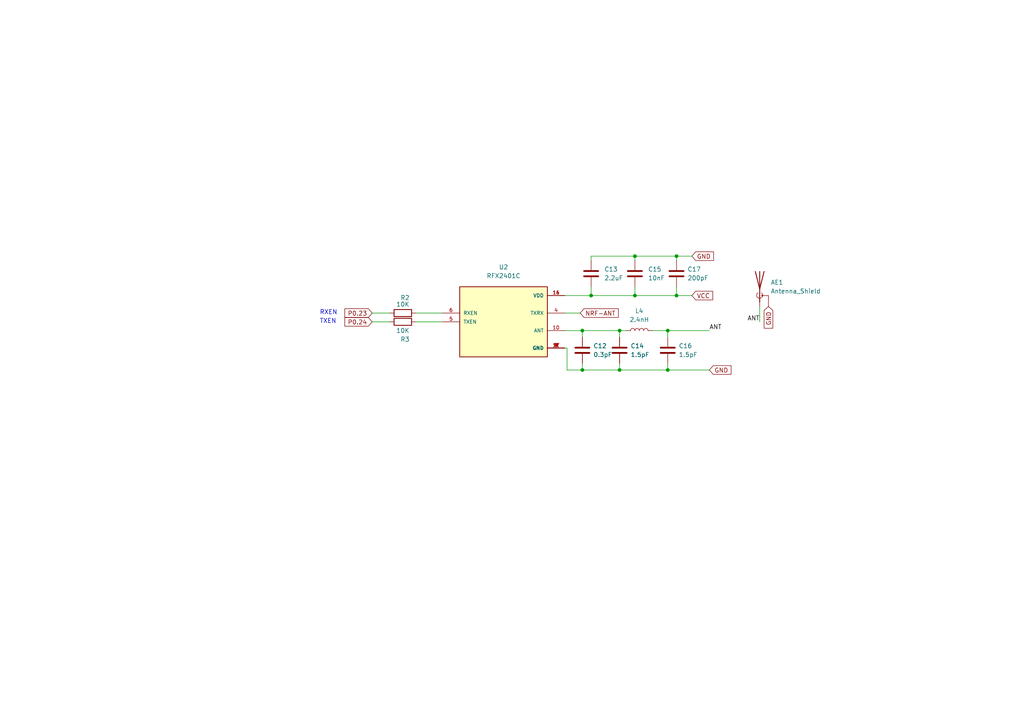
<source format=kicad_sch>
(kicad_sch (version 20211123) (generator eeschema)
  (paper "A4")
  (lib_symbols
    (symbol "Device:Antenna_Shield" (pin_numbers hide) (pin_names (offset 1.016) hide)
      (property "Reference" "AE" (at -1.905 4.445 0))
      (property "Value" "Antenna_Shield" (at -1.905 2.54 0))
      (symbol "Antenna_Shield_0_1"
        (arc (start -0.508 -1.143) (mid -0.8429 -2.1194) (end 0 -2.667))
        (arc (start 0 -2.667) (mid 0.7989 -2.1052) (end 0.508 -1.143))
        (polyline (pts (xy 0 -2.54) (xy 0 0)))
        (polyline (pts (xy 0 5.08) (xy 0 -3.81)) (stroke (width 0.254)))
        (polyline (pts (xy 0.762 -1.905) (xy 2.54 -1.905)))
        (polyline (pts (xy 2.54 -2.54) (xy 2.54 -1.905)))
        (polyline (pts (xy 1.27 5.08) (xy 0 0) (xy -1.27 5.08)) (stroke (width 0.254)))
        (circle (center 0.762 -1.905) (radius 0.1778) (fill (type outline)))
      )
      (symbol "Antenna_Shield_1_1"
        (pin input line (at 0 -5.08 90) (length 2.54) (name "A") (number "1"))
        (pin input line (at 2.54 -5.08 90) (length 2.54) (name "Shield") (number "2"))
      )
    )
    (symbol "Device:C" (pin_numbers hide) (pin_names (offset 0.254))
      (property "Reference" "C" (at 0.635 2.54 0))
      (property "Value" "C" (at 0.635 -2.54 0))
      (symbol "C_0_1"
        (polyline (pts (xy -2.032 -0.762) (xy 2.032 -0.762)) (stroke (width 0.508)))
        (polyline (pts (xy -2.032 0.762) (xy 2.032 0.762)) (stroke (width 0.508)))
      )
      (symbol "C_1_1"
        (pin passive line (at 0 3.81 270) (length 2.794) (name "~") (number "1"))
        (pin passive line (at 0 -3.81 90) (length 2.794) (name "~") (number "2"))
      )
    )
    (symbol "Device:L" (pin_numbers hide) (pin_names (offset 1.016) hide)
      (property "Reference" "L" (at -1.27 0 90))
      (property "Value" "L" (at 1.905 0 90))
      (symbol "L_0_1"
        (arc (start 0 -2.54) (mid 0.635 -1.905) (end 0 -1.27))
        (arc (start 0 -1.27) (mid 0.635 -0.635) (end 0 0))
        (arc (start 0 0) (mid 0.635 0.635) (end 0 1.27))
        (arc (start 0 1.27) (mid 0.635 1.905) (end 0 2.54))
      )
      (symbol "L_1_1"
        (pin passive line (at 0 3.81 270) (length 1.27) (name "1") (number "1"))
        (pin passive line (at 0 -3.81 90) (length 1.27) (name "2") (number "2"))
      )
    )
    (symbol "Device:R" (pin_numbers hide) (pin_names (offset 0))
      (property "Reference" "R" (at 2.032 0 90))
      (property "Value" "R" (at 0 0 90))
      (symbol "R_0_1"
        (rectangle (start -1.016 -2.54) (end 1.016 2.54) (stroke (width 0.254)))
      )
      (symbol "R_1_1"
        (pin passive line (at 0 3.81 270) (length 1.27) (name "~") (number "1"))
        (pin passive line (at 0 -3.81 90) (length 1.27) (name "~") (number "2"))
      )
    )
    (symbol "RFX2401C:RFX2401C" (pin_names (offset 1.016))
      (property "Reference" "U" (at -12.7 11.1506 0))
      (property "Value" "RFX2401C" (at -12.7 -14.1478 0))
      (symbol "RFX2401C_0_0"
        (rectangle (start -12.7 -10.16) (end 12.7 10.16) (stroke (width 0.254)) (fill (type background)))
        (pin passive line (at 17.78 -2.54 180) (length 5.08) (name "ANT") (number "10"))
        (pin power_in line (at 17.78 -7.62 180) (length 5.08) (name "GND") (number "11"))
        (pin power_in line (at 17.78 7.62 180) (length 5.08) (name "VDD") (number "14"))
        (pin power_in line (at 17.78 7.62 180) (length 5.08) (name "VDD") (number "16"))
        (pin power_in line (at 17.78 -7.62 180) (length 5.08) (name "GND") (number "17"))
        (pin power_in line (at 17.78 -7.62 180) (length 5.08) (name "GND") (number "2"))
        (pin power_in line (at 17.78 -7.62 180) (length 5.08) (name "GND") (number "3"))
        (pin bidirectional line (at 17.78 2.54 180) (length 5.08) (name "TXRX") (number "4"))
        (pin input line (at -17.78 0 0) (length 5.08) (name "TXEN") (number "5"))
        (pin input line (at -17.78 2.54 0) (length 5.08) (name "RXEN") (number "6"))
        (pin power_in line (at 17.78 -7.62 180) (length 5.08) (name "GND") (number "8"))
        (pin power_in line (at 17.78 -7.62 180) (length 5.08) (name "GND") (number "9"))
      )
    )
  )
  (junction (at 168.91 107.315))
  (junction (at 168.91 95.885))
  (junction (at 196.215 74.295))
  (junction (at 184.15 85.725))
  (junction (at 184.15 74.295))
  (junction (at 196.215 85.725))
  (junction (at 179.705 95.885))
  (junction (at 179.705 107.315))
  (junction (at 171.45 85.725))
  (junction (at 193.675 107.315))
  (junction (at 193.675 95.885))
  (wire (pts (xy 171.45 74.295) (xy 184.15 74.295)))
  (wire (pts (xy 179.705 95.885) (xy 181.61 95.885)))
  (wire (pts (xy 196.215 83.185) (xy 196.215 85.725)))
  (wire (pts (xy 171.45 75.565) (xy 171.45 74.295)))
  (wire (pts (xy 163.83 85.725) (xy 171.45 85.725)))
  (wire (pts (xy 179.705 107.315) (xy 193.675 107.315)))
  (wire (pts (xy 189.23 95.885) (xy 193.675 95.885)))
  (wire (pts (xy 163.83 90.805) (xy 168.275 90.805)))
  (wire (pts (xy 107.95 90.805) (xy 113.03 90.805)))
  (wire (pts (xy 196.215 85.725) (xy 200.66 85.725)))
  (wire (pts (xy 163.83 100.965) (xy 164.465 100.965)))
  (wire (pts (xy 168.91 107.315) (xy 179.705 107.315)))
  (wire (pts (xy 184.15 74.295) (xy 184.15 75.565)))
  (wire (pts (xy 164.465 107.315) (xy 168.91 107.315)))
  (wire (pts (xy 120.65 90.805) (xy 128.27 90.805)))
  (wire (pts (xy 193.675 95.885) (xy 205.74 95.885)))
  (wire (pts (xy 168.91 95.885) (xy 168.91 97.79)))
  (wire (pts (xy 164.465 100.965) (xy 164.465 107.315)))
  (wire (pts (xy 171.45 83.185) (xy 171.45 85.725)))
  (wire (pts (xy 168.91 105.41) (xy 168.91 107.315)))
  (wire (pts (xy 193.675 97.79) (xy 193.675 95.885)))
  (wire (pts (xy 171.45 85.725) (xy 184.15 85.725)))
  (wire (pts (xy 179.705 95.885) (xy 179.705 97.79)))
  (wire (pts (xy 196.215 74.295) (xy 200.66 74.295)))
  (wire (pts (xy 220.345 93.345) (xy 220.345 88.9)))
  (wire (pts (xy 107.95 93.345) (xy 113.03 93.345)))
  (wire (pts (xy 163.83 95.885) (xy 168.91 95.885)))
  (wire (pts (xy 196.215 75.565) (xy 196.215 74.295)))
  (wire (pts (xy 193.675 107.315) (xy 205.74 107.315)))
  (wire (pts (xy 168.91 95.885) (xy 179.705 95.885)))
  (wire (pts (xy 179.705 105.41) (xy 179.705 107.315)))
  (wire (pts (xy 184.15 83.185) (xy 184.15 85.725)))
  (wire (pts (xy 193.675 107.315) (xy 193.675 105.41)))
  (wire (pts (xy 184.15 74.295) (xy 196.215 74.295)))
  (wire (pts (xy 120.65 93.345) (xy 128.27 93.345)))
  (wire (pts (xy 184.15 85.725) (xy 196.215 85.725)))
  (text "TXEN" (at 92.71 93.98 0) (effects (font (size 1.27 1.27)) (justify left bottom)))
  (text "RXEN" (at 92.71 91.44 0) (effects (font (size 1.27 1.27)) (justify left bottom)))
  (label "ANT" (at 205.74 95.885 0))
  (label "ANT" (at 220.345 93.345 180))
  (global_label "P0.23" (shape input) (at 107.95 90.805 180) (property "Intersheet References" "${INTERSHEET_REFS}" (effects hide)))
  (global_label "NRF-ANT" (shape input) (at 168.275 90.805 0) (property "Intersheet References" "${INTERSHEET_REFS}" (effects hide)))
  (global_label "GND" (shape input) (at 200.66 74.295 0) (property "Intersheet References" "${INTERSHEET_REFS}" (effects hide)))
  (global_label "VCC" (shape input) (at 200.66 85.725 0) (property "Intersheet References" "${INTERSHEET_REFS}" (effects hide)))
  (global_label "GND" (shape input) (at 222.885 88.9 270) (property "Intersheet References" "${INTERSHEET_REFS}" (effects hide)))
  (global_label "GND" (shape input) (at 205.74 107.315 0) (property "Intersheet References" "${INTERSHEET_REFS}" (effects hide)))
  (global_label "P0.24" (shape input) (at 107.95 93.345 180) (property "Intersheet References" "${INTERSHEET_REFS}" (effects hide)))
  (symbol (lib_id "Device:C") (at 179.705 101.6 0) (unit 1)
    (property "Reference" "C14" (at 182.88 100.3299 0) (effects (justify left)))
    (property "Value" "1.5pF" (at 182.88 102.8699 0) (effects (justify left)))
    (property "Footprint" "Capacitor_SMD:C_0603_1608Metric" (effects hide))
  )
  (symbol (lib_id "Device:C") (at 193.675 101.6 0) (unit 1)
    (property "Reference" "C16" (at 196.85 100.3299 0) (effects (justify left)))
    (property "Value" "1.5pF" (at 196.85 102.8699 0) (effects (justify left)))
    (property "Footprint" "Capacitor_SMD:C_0603_1608Metric" (effects hide))
  )
  (symbol (lib_id "Device:Antenna_Shield") (at 220.345 83.82 0) (unit 1)
    (property "Reference" "AE1" (at 223.52 81.9149 0) (effects (justify left)))
    (property "Value" "Antenna_Shield" (at 223.52 84.4549 0) (effects (justify left)))
    (property "Footprint" "Connector_Coaxial:SMA_Amphenol_132289_EdgeMount" (effects hide))
  )
  (symbol (lib_id "Device:C") (at 171.45 79.375 0) (unit 1)
    (property "Reference" "C13" (at 175.26 78.1049 0) (effects (justify left)))
    (property "Value" "2.2uF" (at 175.26 80.6449 0) (effects (justify left)))
    (property "Footprint" "Capacitor_SMD:C_0603_1608Metric" (effects hide))
  )
  (symbol (lib_id "Device:C") (at 196.215 79.375 0) (unit 1)
    (property "Reference" "C17" (at 199.39 78.1049 0) (effects (justify left)))
    (property "Value" "200pF" (at 199.39 80.6449 0) (effects (justify left)))
    (property "Footprint" "Capacitor_SMD:C_0603_1608Metric" (effects hide))
  )
  (symbol (lib_id "Device:R") (at 116.84 93.345 90) (unit 1)
    (property "Reference" "R3" (at 117.475 98.425 90))
    (property "Value" "10K" (at 116.84 95.885 90))
    (property "Footprint" "Resistor_SMD:R_0603_1608Metric" (effects hide))
  )
  (symbol (lib_id "Device:C") (at 184.15 79.375 0) (unit 1)
    (property "Reference" "C15" (at 187.96 78.1049 0) (effects (justify left)))
    (property "Value" "10nF" (at 187.96 80.6449 0) (effects (justify left)))
    (property "Footprint" "Capacitor_SMD:C_0603_1608Metric" (effects hide))
  )
  (symbol (lib_id "Device:L") (at 185.42 95.885 90) (unit 1)
    (property "Reference" "L4" (at 185.42 90.17 90))
    (property "Value" "2.4nH" (at 185.42 92.71 90))
    (property "Footprint" "Inductor_SMD:L_0805_2012Metric" (effects hide))
  )
  (symbol (lib_id "RFX2401C:RFX2401C") (at 146.05 93.345 0) (unit 1)
    (property "Reference" "U2" (at 146.05 77.47 0))
    (property "Value" "RFX2401C" (at 146.05 80.01 0))
    (property "Footprint" "footprints:QFN50P300X300X60-17N" (effects hide))
    (property "DESCRIPTION" "RF Front End 2.4GHz ~{} 2.5GHz 802.15.4, Zigbee® 16-QFN (3x3)" (effects hide))
    (property "PACKAGE" "UFQFN-16 Skyworks Solutions" (effects hide))
    (property "MP" "RFX2401C" (effects hide))
    (property "DIGIKEY-PURCHASE-URL" "https://snapeda.com/shop?store=DigiKey&id=556493" (effects hide))
    (property "PRICE" "None" (effects hide))
    (property "AVAILABILITY" "Unavailable" (effects hide))
    (property "MOUSER-PURCHASE-URL" "https://snapeda.com/shop?store=Mouser&id=556493" (effects hide))
    (property "MF" "Skyworks Solutions" (effects hide))
  )
  (symbol (lib_id "Device:C") (at 168.91 101.6 0) (unit 1)
    (property "Reference" "C12" (at 172.085 100.33 0) (effects (justify left)))
    (property "Value" "0.3pF" (at 172.085 102.87 0) (effects (justify left)))
    (property "Footprint" "Capacitor_SMD:C_0603_1608Metric" (effects hide))
  )
  (symbol (lib_id "Device:R") (at 116.84 90.805 90) (unit 1)
    (property "Reference" "R2" (at 117.475 86.36 90))
    (property "Value" "10K" (at 116.84 88.265 90))
    (property "Footprint" "Resistor_SMD:R_0603_1608Metric" (effects hide))
  )
)
</source>
